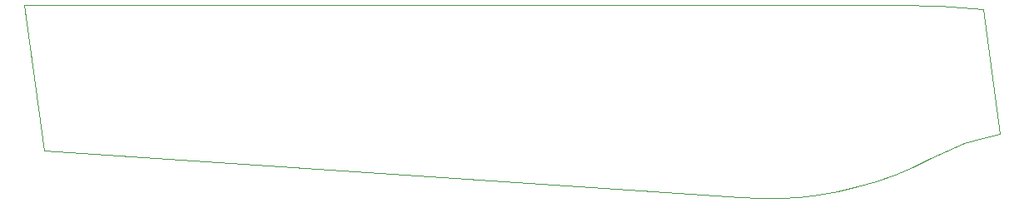
<source format=gko>
G04*
G04 #@! TF.GenerationSoftware,Altium Limited,Altium Designer,19.1.5 (86)*
G04*
G04 Layer_Color=8388736*
%FSAX24Y24*%
%MOIN*%
G70*
G01*
G75*
%ADD97C,0.0002*%
D97*
X052297Y013593D02*
X054028Y013552D01*
X055755Y013430D01*
X056416Y008441D01*
X055695Y008269D02*
X056416Y008441D01*
X054988Y008046D02*
X055695Y008269D01*
X054298Y007773D02*
X054988Y008046D01*
X053630Y007452D02*
X054298Y007773D01*
X052921Y007106D02*
X053630Y007452D01*
X052195Y006800D02*
X052921Y007106D01*
X051452Y006535D02*
X052195Y006800D01*
X050695Y006313D02*
X051452Y006535D01*
X049927Y006134D02*
X050695Y006313D01*
X049150Y005998D02*
X049927Y006134D01*
X048367Y005907D02*
X049150Y005998D01*
X047580Y005860D02*
X048367Y005907D01*
X046791Y005857D02*
X047580Y005860D01*
X046004Y005899D02*
X046791Y005857D01*
X018132Y007754D02*
X046004Y005899D01*
X017356Y013608D02*
X018132Y007754D01*
X017356Y013608D02*
X052297Y013593D01*
M02*

</source>
